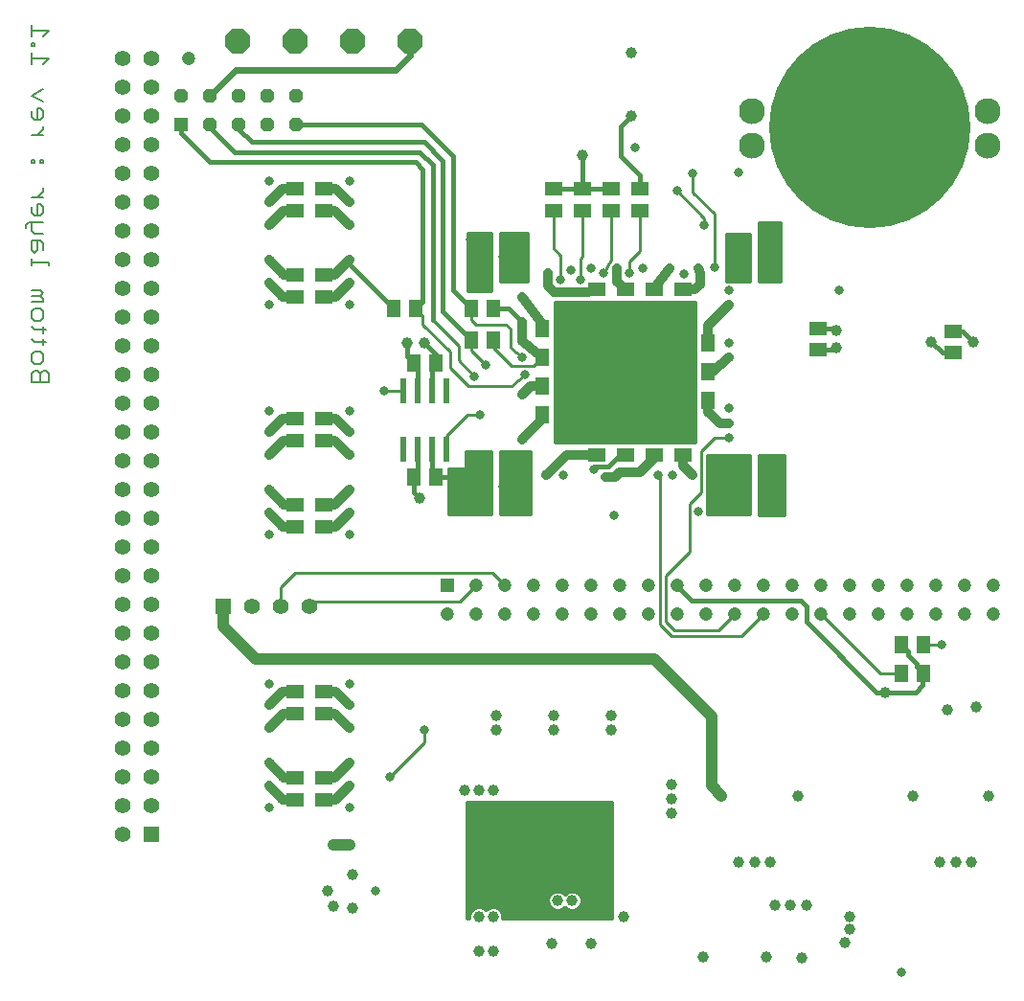
<source format=gbl>
G75*
%MOIN*%
%OFA0B0*%
%FSLAX25Y25*%
%IPPOS*%
%LPD*%
%AMOC8*
5,1,8,0,0,1.08239X$1,22.5*
%
%ADD10C,0.00800*%
%ADD11C,0.09055*%
%ADD12R,0.39370X0.39370*%
%ADD13C,0.70079*%
%ADD14R,0.05906X0.05118*%
%ADD15R,0.05118X0.05906*%
%ADD16R,0.05537X0.05537*%
%ADD17C,0.05537*%
%ADD18C,0.03175*%
%ADD19C,0.16598*%
%ADD20R,0.02362X0.08661*%
%ADD21R,0.04750X0.04750*%
%ADD22C,0.04750*%
%ADD23OC8,0.04750*%
%ADD24OC8,0.08500*%
%ADD25C,0.03962*%
%ADD26C,0.03200*%
%ADD27C,0.01000*%
%ADD28C,0.01600*%
%ADD29C,0.04000*%
%ADD30C,0.02400*%
D10*
X0013400Y0226400D02*
X0013400Y0229503D01*
X0014434Y0230537D01*
X0015468Y0230537D01*
X0016503Y0229503D01*
X0016503Y0226400D01*
X0019605Y0226400D02*
X0019605Y0229503D01*
X0018571Y0230537D01*
X0017537Y0230537D01*
X0016503Y0229503D01*
X0016503Y0232845D02*
X0014434Y0232845D01*
X0013400Y0233880D01*
X0013400Y0235948D01*
X0014434Y0236982D01*
X0016503Y0236982D01*
X0017537Y0235948D01*
X0017537Y0233880D01*
X0016503Y0232845D01*
X0017537Y0239291D02*
X0017537Y0241359D01*
X0018571Y0240325D02*
X0014434Y0240325D01*
X0013400Y0241359D01*
X0014434Y0244622D02*
X0013400Y0245656D01*
X0014434Y0244622D02*
X0018571Y0244622D01*
X0017537Y0243588D02*
X0017537Y0245656D01*
X0016503Y0247885D02*
X0014434Y0247885D01*
X0013400Y0248919D01*
X0013400Y0250988D01*
X0014434Y0252022D01*
X0016503Y0252022D01*
X0017537Y0250988D01*
X0017537Y0248919D01*
X0016503Y0247885D01*
X0017537Y0254330D02*
X0013400Y0254330D01*
X0013400Y0256399D02*
X0016503Y0256399D01*
X0017537Y0257433D01*
X0016503Y0258467D01*
X0013400Y0258467D01*
X0016503Y0256399D02*
X0017537Y0255365D01*
X0017537Y0254330D01*
X0019605Y0267221D02*
X0019605Y0268256D01*
X0013400Y0268256D01*
X0013400Y0269290D02*
X0013400Y0267221D01*
X0014434Y0271518D02*
X0013400Y0272553D01*
X0013400Y0275655D01*
X0016503Y0275655D01*
X0017537Y0274621D01*
X0017537Y0272553D01*
X0015468Y0272553D02*
X0015468Y0275655D01*
X0014434Y0277964D02*
X0013400Y0278998D01*
X0013400Y0282101D01*
X0012366Y0282101D02*
X0011332Y0281067D01*
X0011332Y0280032D01*
X0012366Y0282101D02*
X0017537Y0282101D01*
X0016503Y0284409D02*
X0017537Y0285444D01*
X0017537Y0287512D01*
X0016503Y0288546D01*
X0015468Y0288546D01*
X0015468Y0284409D01*
X0014434Y0284409D02*
X0016503Y0284409D01*
X0014434Y0284409D02*
X0013400Y0285444D01*
X0013400Y0287512D01*
X0013400Y0290855D02*
X0017537Y0290855D01*
X0017537Y0292923D02*
X0017537Y0293958D01*
X0017537Y0292923D02*
X0015468Y0290855D01*
X0014434Y0302672D02*
X0013400Y0302672D01*
X0013400Y0303706D01*
X0014434Y0303706D01*
X0014434Y0302672D01*
X0016503Y0302672D02*
X0017537Y0302672D01*
X0017537Y0303706D01*
X0016503Y0303706D01*
X0016503Y0302672D01*
X0017537Y0312340D02*
X0013400Y0312340D01*
X0015468Y0312340D02*
X0017537Y0314408D01*
X0017537Y0315443D01*
X0016503Y0317711D02*
X0017537Y0318745D01*
X0017537Y0320814D01*
X0016503Y0321848D01*
X0015468Y0321848D01*
X0015468Y0317711D01*
X0014434Y0317711D02*
X0016503Y0317711D01*
X0014434Y0317711D02*
X0013400Y0318745D01*
X0013400Y0320814D01*
X0017537Y0324157D02*
X0013400Y0326225D01*
X0017537Y0328294D01*
X0017537Y0337048D02*
X0019605Y0339116D01*
X0013400Y0339116D01*
X0013400Y0337048D02*
X0013400Y0341185D01*
X0013400Y0343493D02*
X0013400Y0344527D01*
X0014434Y0344527D01*
X0014434Y0343493D01*
X0013400Y0343493D01*
X0013400Y0346716D02*
X0013400Y0350853D01*
X0013400Y0348784D02*
X0019605Y0348784D01*
X0017537Y0346716D01*
X0017537Y0277964D02*
X0014434Y0277964D01*
X0015468Y0272553D02*
X0014434Y0271518D01*
X0013400Y0226400D02*
X0019605Y0226400D01*
D11*
X0264055Y0308701D03*
X0264055Y0320906D03*
X0345945Y0320906D03*
X0345945Y0308701D03*
D12*
X0305000Y0315000D03*
D13*
X0305000Y0315000D03*
D14*
X0225000Y0293740D03*
X0225000Y0286260D03*
X0215000Y0286260D03*
X0205000Y0286260D03*
X0205000Y0293740D03*
X0215000Y0293740D03*
X0195000Y0293740D03*
X0195000Y0286260D03*
X0210000Y0258740D03*
X0220000Y0258740D03*
X0230000Y0258740D03*
X0230000Y0251260D03*
X0220000Y0251260D03*
X0210000Y0251260D03*
X0240000Y0251260D03*
X0240000Y0258740D03*
X0287044Y0245154D03*
X0287044Y0237674D03*
X0334127Y0236674D03*
X0334127Y0244154D03*
X0240000Y0208740D03*
X0240000Y0201260D03*
X0230000Y0201260D03*
X0220000Y0201260D03*
X0210000Y0201260D03*
X0210000Y0208740D03*
X0220000Y0208740D03*
X0230000Y0208740D03*
X0115000Y0206260D03*
X0105000Y0206260D03*
X0105000Y0213740D03*
X0115000Y0213740D03*
X0115000Y0183740D03*
X0105000Y0183740D03*
X0105000Y0176260D03*
X0115000Y0176260D03*
X0115000Y0118740D03*
X0105000Y0118740D03*
X0105000Y0111260D03*
X0115000Y0111260D03*
X0115000Y0088740D03*
X0105000Y0088740D03*
X0105000Y0081260D03*
X0115000Y0081260D03*
X0115000Y0256260D03*
X0105000Y0256260D03*
X0105000Y0263740D03*
X0115000Y0263740D03*
X0115000Y0286260D03*
X0105000Y0286260D03*
X0105000Y0293740D03*
X0115000Y0293740D03*
D15*
X0171260Y0275000D03*
X0178740Y0275000D03*
X0178740Y0265000D03*
X0171260Y0265000D03*
X0173990Y0252000D03*
X0166510Y0252000D03*
X0166510Y0241000D03*
X0173990Y0241000D03*
X0191260Y0245000D03*
X0198740Y0245000D03*
X0198740Y0235000D03*
X0191260Y0235000D03*
X0191260Y0225000D03*
X0198740Y0225000D03*
X0198740Y0215000D03*
X0191260Y0215000D03*
X0178740Y0195000D03*
X0171260Y0195000D03*
X0171260Y0185000D03*
X0178740Y0185000D03*
X0153990Y0193500D03*
X0146510Y0193500D03*
X0146510Y0233000D03*
X0153990Y0233000D03*
X0146990Y0252000D03*
X0139510Y0252000D03*
X0241260Y0240000D03*
X0248740Y0240000D03*
X0248740Y0230000D03*
X0241260Y0230000D03*
X0241260Y0220000D03*
X0248740Y0220000D03*
X0261260Y0195000D03*
X0268740Y0195000D03*
X0268740Y0185000D03*
X0261260Y0185000D03*
X0316260Y0135000D03*
X0323740Y0135000D03*
X0323740Y0125000D03*
X0316260Y0125000D03*
X0268740Y0265000D03*
X0261260Y0265000D03*
X0261260Y0275000D03*
X0268740Y0275000D03*
D16*
X0080000Y0148500D03*
X0055000Y0069173D03*
D17*
X0045000Y0069173D03*
X0045000Y0079173D03*
X0055000Y0079173D03*
X0055000Y0089173D03*
X0045000Y0089173D03*
X0045000Y0099173D03*
X0055000Y0099173D03*
X0055000Y0109173D03*
X0045000Y0109173D03*
X0045000Y0119173D03*
X0055000Y0119173D03*
X0055000Y0129173D03*
X0045000Y0129173D03*
X0045000Y0139173D03*
X0055000Y0139173D03*
X0055000Y0149173D03*
X0045000Y0149173D03*
X0045000Y0159173D03*
X0055000Y0159173D03*
X0055000Y0169173D03*
X0045000Y0169173D03*
X0045000Y0179173D03*
X0055000Y0179173D03*
X0055000Y0189173D03*
X0045000Y0189173D03*
X0045000Y0199173D03*
X0055000Y0199173D03*
X0055000Y0209173D03*
X0045000Y0209173D03*
X0045000Y0219173D03*
X0055000Y0219173D03*
X0055000Y0229173D03*
X0045000Y0229173D03*
X0045000Y0239173D03*
X0055000Y0239173D03*
X0055000Y0249173D03*
X0045000Y0249173D03*
X0045000Y0259173D03*
X0055000Y0259173D03*
X0055000Y0269173D03*
X0045000Y0269173D03*
X0045000Y0279173D03*
X0055000Y0279173D03*
X0055000Y0289173D03*
X0045000Y0289173D03*
X0045000Y0299173D03*
X0055000Y0299173D03*
X0055000Y0309173D03*
X0045000Y0309173D03*
X0045000Y0319173D03*
X0055000Y0319173D03*
X0055000Y0329173D03*
X0045000Y0329173D03*
X0045000Y0339173D03*
X0055000Y0339173D03*
X0090000Y0148500D03*
X0100000Y0148500D03*
X0110000Y0148500D03*
D18*
X0096000Y0173500D03*
X0096000Y0181000D03*
X0096000Y0189000D03*
X0096000Y0201000D03*
X0096000Y0209000D03*
X0096000Y0216500D03*
X0124000Y0216500D03*
X0124000Y0209000D03*
X0124000Y0201000D03*
X0124000Y0189000D03*
X0124000Y0181000D03*
X0124000Y0173500D03*
X0160000Y0190000D03*
X0165500Y0185000D03*
X0177500Y0190000D03*
X0185000Y0196500D03*
X0184500Y0201000D03*
X0184000Y0206500D03*
X0169500Y0215000D03*
X0184000Y0222000D03*
X0185000Y0229000D03*
X0184000Y0235000D03*
X0171500Y0232500D03*
X0167500Y0228500D03*
X0136000Y0223500D03*
X0165500Y0195000D03*
X0185500Y0182000D03*
X0192500Y0194000D03*
X0198500Y0194000D03*
X0209000Y0196000D03*
X0213000Y0193500D03*
X0216000Y0180000D03*
X0231500Y0194000D03*
X0236500Y0194000D03*
X0243500Y0194000D03*
X0250000Y0194000D03*
X0256000Y0199500D03*
X0256000Y0207000D03*
X0256000Y0212000D03*
X0256000Y0217291D03*
X0230000Y0220000D03*
X0210000Y0220000D03*
X0210000Y0240000D03*
X0230000Y0240000D03*
X0256000Y0240000D03*
X0256000Y0235000D03*
X0256000Y0253500D03*
X0256000Y0258500D03*
X0256500Y0263500D03*
X0251000Y0266500D03*
X0245500Y0266000D03*
X0240500Y0264000D03*
X0235500Y0266000D03*
X0226000Y0266000D03*
X0221500Y0264500D03*
X0217000Y0266000D03*
X0212500Y0264500D03*
X0208000Y0266000D03*
X0204500Y0262000D03*
X0201000Y0265500D03*
X0197500Y0262000D03*
X0193000Y0264500D03*
X0184500Y0267000D03*
X0184000Y0263000D03*
X0184000Y0256000D03*
X0184000Y0247500D03*
X0170000Y0259500D03*
X0172000Y0270000D03*
X0166500Y0270000D03*
X0166000Y0276000D03*
X0177500Y0270000D03*
X0181500Y0270000D03*
X0124000Y0269000D03*
X0124000Y0261000D03*
X0124000Y0253500D03*
X0096000Y0253500D03*
X0096000Y0261000D03*
X0096000Y0269000D03*
X0096000Y0281000D03*
X0096000Y0289000D03*
X0096000Y0296500D03*
X0124000Y0296500D03*
X0124000Y0289000D03*
X0124000Y0281000D03*
X0223500Y0308000D03*
X0243500Y0299000D03*
X0238000Y0293000D03*
X0247500Y0281000D03*
X0257500Y0270000D03*
X0262500Y0270000D03*
X0268000Y0270000D03*
X0272500Y0270000D03*
X0272500Y0280500D03*
X0259500Y0299500D03*
X0282500Y0301000D03*
X0328000Y0300500D03*
X0324500Y0333000D03*
X0285500Y0333000D03*
X0294500Y0258500D03*
X0269500Y0190000D03*
X0274000Y0182500D03*
X0253500Y0181500D03*
X0245500Y0181500D03*
X0330000Y0135000D03*
X0197000Y0060000D03*
X0193500Y0060000D03*
X0190000Y0060000D03*
X0186500Y0060000D03*
X0183000Y0060000D03*
X0133000Y0049500D03*
X0124000Y0078500D03*
X0124000Y0086000D03*
X0124000Y0094000D03*
X0138000Y0089000D03*
X0150000Y0105500D03*
X0124000Y0106000D03*
X0124000Y0114000D03*
X0124000Y0121500D03*
X0096000Y0121500D03*
X0096000Y0114000D03*
X0096000Y0106000D03*
X0096000Y0094000D03*
X0096000Y0086000D03*
X0096000Y0078500D03*
X0316000Y0021000D03*
D19*
X0220000Y0230000D03*
D20*
X0157750Y0223486D03*
X0152750Y0223486D03*
X0147750Y0223486D03*
X0142750Y0223486D03*
X0142750Y0203014D03*
X0147750Y0203014D03*
X0152750Y0203014D03*
X0157750Y0203014D03*
D21*
X0157953Y0155669D03*
X0065500Y0316000D03*
D22*
X0068000Y0339000D03*
X0167953Y0155669D03*
X0177953Y0155669D03*
X0187953Y0155669D03*
X0197953Y0155669D03*
X0207953Y0155669D03*
X0217953Y0155669D03*
X0227953Y0155669D03*
X0237953Y0155669D03*
X0247953Y0155669D03*
X0257953Y0155669D03*
X0267953Y0155669D03*
X0277953Y0155669D03*
X0287953Y0155669D03*
X0297953Y0155669D03*
X0307953Y0155669D03*
X0317953Y0155669D03*
X0327953Y0155669D03*
X0337953Y0155669D03*
X0347953Y0155669D03*
X0347953Y0145669D03*
X0337953Y0145669D03*
X0327953Y0145669D03*
X0317953Y0145669D03*
X0307953Y0145669D03*
X0297953Y0145669D03*
X0287953Y0145669D03*
X0277953Y0145669D03*
X0267953Y0145669D03*
X0257953Y0145669D03*
X0247953Y0145669D03*
X0237953Y0145669D03*
X0227953Y0145669D03*
X0217953Y0145669D03*
X0207953Y0145669D03*
X0197953Y0145669D03*
X0187953Y0145669D03*
X0177953Y0145669D03*
X0167953Y0145669D03*
X0157953Y0145669D03*
D23*
X0105500Y0316000D03*
X0095500Y0316000D03*
X0095500Y0326000D03*
X0105500Y0326000D03*
X0085500Y0326000D03*
X0075500Y0326000D03*
X0075500Y0316000D03*
X0085500Y0316000D03*
X0065500Y0326000D03*
D24*
X0085000Y0345000D03*
X0105000Y0345000D03*
X0125000Y0345000D03*
X0145000Y0345000D03*
D25*
X0118500Y0044000D03*
X0116500Y0049500D03*
X0125000Y0055000D03*
X0124000Y0065500D03*
X0118500Y0065500D03*
X0125000Y0043500D03*
X0169000Y0040500D03*
X0174000Y0040500D03*
X0194500Y0031000D03*
X0208000Y0031000D03*
X0219500Y0040500D03*
X0201500Y0046000D03*
X0196500Y0046000D03*
X0174000Y0028500D03*
X0169000Y0028500D03*
X0247000Y0026500D03*
X0269000Y0026500D03*
X0281500Y0026000D03*
X0296500Y0031500D03*
X0298000Y0036000D03*
X0298000Y0040500D03*
X0283000Y0044500D03*
X0277500Y0044500D03*
X0272000Y0044500D03*
X0270500Y0059500D03*
X0265000Y0059500D03*
X0259500Y0059500D03*
X0236000Y0076500D03*
X0236000Y0081500D03*
X0236000Y0086500D03*
X0253500Y0082500D03*
X0280000Y0082500D03*
X0320000Y0082500D03*
X0346500Y0082500D03*
X0340500Y0059500D03*
X0335000Y0059500D03*
X0329500Y0059500D03*
X0332000Y0112500D03*
X0342000Y0113500D03*
X0310500Y0118500D03*
X0215000Y0110500D03*
X0215000Y0105500D03*
X0195000Y0105500D03*
X0195000Y0110500D03*
X0175000Y0110500D03*
X0175000Y0105500D03*
X0174000Y0084500D03*
X0169000Y0084500D03*
X0164000Y0084500D03*
X0148500Y0186000D03*
X0150000Y0240000D03*
X0144000Y0240000D03*
X0205000Y0305500D03*
X0222000Y0319000D03*
X0222000Y0341000D03*
X0293500Y0244500D03*
X0293500Y0238500D03*
X0326500Y0240500D03*
X0341000Y0240500D03*
D26*
X0256000Y0235000D02*
X0250500Y0230000D01*
X0248740Y0220000D02*
X0248740Y0216260D01*
X0253000Y0212000D01*
X0256000Y0212000D01*
X0240000Y0201260D02*
X0240000Y0197500D01*
X0243500Y0194000D01*
X0230000Y0200000D02*
X0225000Y0195000D01*
X0218000Y0195000D01*
X0216500Y0193500D01*
X0213000Y0193500D01*
X0210000Y0201260D02*
X0199760Y0201260D01*
X0192500Y0194000D01*
X0184000Y0206500D02*
X0191260Y0213760D01*
X0184000Y0222000D02*
X0187000Y0225000D01*
X0191260Y0225000D01*
X0191260Y0235000D02*
X0184000Y0240760D01*
X0184000Y0247500D01*
X0191260Y0246740D02*
X0184000Y0256000D01*
X0193000Y0260000D02*
X0193000Y0264500D01*
X0193000Y0260000D02*
X0195260Y0257740D01*
X0207260Y0257740D01*
X0210000Y0258740D01*
X0217000Y0261500D02*
X0217000Y0266000D01*
X0217000Y0261500D02*
X0220000Y0258740D01*
X0230000Y0259000D02*
X0235500Y0266000D01*
X0240000Y0258740D02*
X0244240Y0258740D01*
X0246000Y0260500D01*
X0246000Y0264500D01*
X0245500Y0266000D01*
X0256000Y0253500D02*
X0248740Y0246240D01*
X0248740Y0240000D01*
X0124000Y0261000D02*
X0119260Y0256260D01*
X0115000Y0256260D01*
X0105000Y0256260D02*
X0100740Y0256260D01*
X0096000Y0261000D01*
X0101260Y0263740D02*
X0096000Y0269000D01*
X0101260Y0263740D02*
X0105000Y0263740D01*
X0115000Y0263740D02*
X0118740Y0263740D01*
X0124000Y0269000D01*
X0124000Y0281000D02*
X0118740Y0286260D01*
X0115000Y0286260D01*
X0105000Y0286260D02*
X0101260Y0286260D01*
X0096000Y0281000D01*
X0096000Y0289000D02*
X0100740Y0293740D01*
X0105000Y0293740D01*
X0115000Y0293740D02*
X0119260Y0293740D01*
X0124000Y0289000D01*
X0119260Y0213740D02*
X0115000Y0213740D01*
X0119260Y0213740D02*
X0124000Y0209000D01*
X0118740Y0206260D02*
X0124000Y0201000D01*
X0118740Y0206260D02*
X0115000Y0206260D01*
X0105000Y0206260D02*
X0101260Y0206260D01*
X0096000Y0201000D01*
X0096000Y0209000D02*
X0100740Y0213740D01*
X0105000Y0213740D01*
X0096000Y0189000D02*
X0101260Y0183740D01*
X0105000Y0183740D01*
X0100740Y0176260D02*
X0096000Y0181000D01*
X0100740Y0176260D02*
X0105000Y0176260D01*
X0115000Y0176260D02*
X0119260Y0176260D01*
X0124000Y0181000D01*
X0118740Y0183740D02*
X0124000Y0189000D01*
X0118740Y0183740D02*
X0115000Y0183740D01*
X0115000Y0118740D02*
X0119260Y0118740D01*
X0124000Y0114000D01*
X0118740Y0111260D02*
X0124000Y0106000D01*
X0118740Y0111260D02*
X0115000Y0111260D01*
X0105000Y0111260D02*
X0101260Y0111260D01*
X0096000Y0106000D01*
X0096000Y0114000D02*
X0100740Y0118740D01*
X0105000Y0118740D01*
X0096000Y0094000D02*
X0101260Y0088740D01*
X0105000Y0088740D01*
X0100740Y0081260D02*
X0096000Y0086000D01*
X0100740Y0081260D02*
X0105000Y0081260D01*
X0115000Y0081260D02*
X0119260Y0081260D01*
X0124000Y0086000D01*
X0118740Y0088740D02*
X0124000Y0094000D01*
X0118740Y0088740D02*
X0115000Y0088740D01*
D27*
X0138000Y0089000D02*
X0150000Y0101000D01*
X0150000Y0105500D01*
X0160000Y0150000D02*
X0111500Y0150000D01*
X0110000Y0148500D01*
X0100000Y0148500D02*
X0100000Y0155000D01*
X0105000Y0160000D01*
X0173622Y0160000D01*
X0177953Y0155669D01*
X0167953Y0155669D02*
X0162283Y0150000D01*
X0160000Y0150000D01*
X0158500Y0180500D02*
X0173500Y0180500D01*
X0173500Y0202500D01*
X0164500Y0202500D01*
X0164500Y0196500D01*
X0158500Y0196500D01*
X0158500Y0180500D01*
X0158500Y0180738D02*
X0173500Y0180738D01*
X0173500Y0181737D02*
X0158500Y0181737D01*
X0158500Y0182735D02*
X0173500Y0182735D01*
X0173500Y0183734D02*
X0158500Y0183734D01*
X0158500Y0184732D02*
X0173500Y0184732D01*
X0173500Y0185731D02*
X0158500Y0185731D01*
X0158500Y0186729D02*
X0173500Y0186729D01*
X0173500Y0187728D02*
X0158500Y0187728D01*
X0158500Y0188726D02*
X0173500Y0188726D01*
X0173500Y0189725D02*
X0158500Y0189725D01*
X0158500Y0190723D02*
X0173500Y0190723D01*
X0173500Y0191722D02*
X0158500Y0191722D01*
X0158500Y0192720D02*
X0173500Y0192720D01*
X0173500Y0193719D02*
X0158500Y0193719D01*
X0158500Y0194717D02*
X0173500Y0194717D01*
X0173500Y0195716D02*
X0158500Y0195716D01*
X0164500Y0196714D02*
X0173500Y0196714D01*
X0173500Y0197713D02*
X0164500Y0197713D01*
X0164500Y0198711D02*
X0173500Y0198711D01*
X0173500Y0199710D02*
X0164500Y0199710D01*
X0164500Y0200708D02*
X0173500Y0200708D01*
X0173500Y0201707D02*
X0164500Y0201707D01*
X0157750Y0203014D02*
X0157750Y0207750D01*
X0165000Y0215000D01*
X0169500Y0215000D01*
X0165500Y0225000D02*
X0180500Y0225000D01*
X0185000Y0229000D01*
X0188260Y0232000D02*
X0180500Y0232000D01*
X0173990Y0238510D01*
X0173990Y0241000D01*
X0180000Y0238500D02*
X0180000Y0245000D01*
X0178500Y0246500D01*
X0168000Y0246500D01*
X0166510Y0247990D01*
X0166510Y0252000D01*
X0165000Y0258000D02*
X0173500Y0258000D01*
X0173500Y0278500D01*
X0165000Y0278500D01*
X0165000Y0258000D01*
X0165000Y0258622D02*
X0173500Y0258622D01*
X0173500Y0259620D02*
X0165000Y0259620D01*
X0165000Y0260619D02*
X0173500Y0260619D01*
X0173500Y0261617D02*
X0165000Y0261617D01*
X0165000Y0262616D02*
X0173500Y0262616D01*
X0173500Y0263614D02*
X0165000Y0263614D01*
X0165000Y0264613D02*
X0173500Y0264613D01*
X0173500Y0265611D02*
X0165000Y0265611D01*
X0165000Y0266610D02*
X0173500Y0266610D01*
X0173500Y0267608D02*
X0165000Y0267608D01*
X0165000Y0268607D02*
X0173500Y0268607D01*
X0173500Y0269605D02*
X0165000Y0269605D01*
X0165000Y0270604D02*
X0173500Y0270604D01*
X0173500Y0271603D02*
X0165000Y0271603D01*
X0165000Y0272601D02*
X0173500Y0272601D01*
X0173500Y0273600D02*
X0165000Y0273600D01*
X0165000Y0274598D02*
X0173500Y0274598D01*
X0173500Y0275597D02*
X0165000Y0275597D01*
X0165000Y0276595D02*
X0173500Y0276595D01*
X0173500Y0277594D02*
X0165000Y0277594D01*
X0176500Y0277594D02*
X0186000Y0277594D01*
X0186000Y0278500D02*
X0186000Y0261500D01*
X0176500Y0261500D01*
X0176500Y0278500D01*
X0186000Y0278500D01*
X0186000Y0276595D02*
X0176500Y0276595D01*
X0176500Y0275597D02*
X0186000Y0275597D01*
X0186000Y0274598D02*
X0176500Y0274598D01*
X0176500Y0273600D02*
X0186000Y0273600D01*
X0186000Y0272601D02*
X0176500Y0272601D01*
X0176500Y0271603D02*
X0186000Y0271603D01*
X0186000Y0270604D02*
X0176500Y0270604D01*
X0176500Y0269605D02*
X0186000Y0269605D01*
X0186000Y0268607D02*
X0176500Y0268607D01*
X0176500Y0267608D02*
X0186000Y0267608D01*
X0186000Y0266610D02*
X0176500Y0266610D01*
X0176500Y0265611D02*
X0186000Y0265611D01*
X0186000Y0264613D02*
X0176500Y0264613D01*
X0176500Y0263614D02*
X0186000Y0263614D01*
X0186000Y0262616D02*
X0176500Y0262616D01*
X0176500Y0261617D02*
X0186000Y0261617D01*
X0197500Y0262000D02*
X0197500Y0270500D01*
X0195000Y0273000D01*
X0195000Y0286260D01*
X0205000Y0286260D02*
X0205000Y0270000D01*
X0204500Y0269500D01*
X0204500Y0264000D01*
X0204500Y0262000D01*
X0212500Y0264500D02*
X0215000Y0269000D01*
X0215000Y0286260D01*
X0225000Y0286260D02*
X0225000Y0272000D01*
X0221500Y0268500D01*
X0221500Y0264500D01*
X0244500Y0254500D02*
X0195500Y0254500D01*
X0195500Y0205500D01*
X0244500Y0205500D01*
X0244500Y0254500D01*
X0244500Y0253629D02*
X0195500Y0253629D01*
X0195500Y0252631D02*
X0244500Y0252631D01*
X0244500Y0251632D02*
X0195500Y0251632D01*
X0195500Y0250634D02*
X0244500Y0250634D01*
X0244500Y0249635D02*
X0195500Y0249635D01*
X0195500Y0248637D02*
X0244500Y0248637D01*
X0244500Y0247638D02*
X0195500Y0247638D01*
X0195500Y0246640D02*
X0244500Y0246640D01*
X0244500Y0245641D02*
X0195500Y0245641D01*
X0195500Y0244643D02*
X0244500Y0244643D01*
X0244500Y0243644D02*
X0195500Y0243644D01*
X0195500Y0242646D02*
X0244500Y0242646D01*
X0244500Y0241647D02*
X0195500Y0241647D01*
X0195500Y0240649D02*
X0244500Y0240649D01*
X0244500Y0239650D02*
X0195500Y0239650D01*
X0195500Y0238652D02*
X0244500Y0238652D01*
X0244500Y0237653D02*
X0195500Y0237653D01*
X0195500Y0236655D02*
X0244500Y0236655D01*
X0244500Y0235656D02*
X0195500Y0235656D01*
X0195500Y0234658D02*
X0244500Y0234658D01*
X0244500Y0233659D02*
X0195500Y0233659D01*
X0195500Y0232661D02*
X0244500Y0232661D01*
X0244500Y0231662D02*
X0195500Y0231662D01*
X0195500Y0230664D02*
X0244500Y0230664D01*
X0244500Y0229665D02*
X0195500Y0229665D01*
X0195500Y0228667D02*
X0244500Y0228667D01*
X0244500Y0227668D02*
X0195500Y0227668D01*
X0195500Y0226670D02*
X0244500Y0226670D01*
X0244500Y0225671D02*
X0195500Y0225671D01*
X0195500Y0224672D02*
X0244500Y0224672D01*
X0244500Y0223674D02*
X0195500Y0223674D01*
X0195500Y0222675D02*
X0244500Y0222675D01*
X0244500Y0221677D02*
X0195500Y0221677D01*
X0195500Y0220678D02*
X0244500Y0220678D01*
X0244500Y0219680D02*
X0195500Y0219680D01*
X0195500Y0218681D02*
X0244500Y0218681D01*
X0244500Y0217683D02*
X0195500Y0217683D01*
X0195500Y0216684D02*
X0244500Y0216684D01*
X0244500Y0215686D02*
X0195500Y0215686D01*
X0195500Y0214687D02*
X0244500Y0214687D01*
X0244500Y0213689D02*
X0195500Y0213689D01*
X0195500Y0212690D02*
X0244500Y0212690D01*
X0244500Y0211692D02*
X0195500Y0211692D01*
X0195500Y0210693D02*
X0244500Y0210693D01*
X0244500Y0209695D02*
X0195500Y0209695D01*
X0195500Y0208696D02*
X0244500Y0208696D01*
X0244500Y0207698D02*
X0195500Y0207698D01*
X0195500Y0206699D02*
X0244500Y0206699D01*
X0244500Y0205701D02*
X0195500Y0205701D01*
X0187000Y0202500D02*
X0187000Y0180500D01*
X0176500Y0180500D01*
X0176500Y0202500D01*
X0187000Y0202500D01*
X0187000Y0201707D02*
X0176500Y0201707D01*
X0176500Y0200708D02*
X0187000Y0200708D01*
X0187000Y0199710D02*
X0176500Y0199710D01*
X0176500Y0198711D02*
X0187000Y0198711D01*
X0187000Y0197713D02*
X0176500Y0197713D01*
X0176500Y0196714D02*
X0187000Y0196714D01*
X0187000Y0195716D02*
X0176500Y0195716D01*
X0176500Y0194717D02*
X0187000Y0194717D01*
X0187000Y0193719D02*
X0176500Y0193719D01*
X0176500Y0192720D02*
X0187000Y0192720D01*
X0187000Y0191722D02*
X0176500Y0191722D01*
X0176500Y0190723D02*
X0187000Y0190723D01*
X0187000Y0189725D02*
X0176500Y0189725D01*
X0176500Y0188726D02*
X0187000Y0188726D01*
X0187000Y0187728D02*
X0176500Y0187728D01*
X0176500Y0186729D02*
X0187000Y0186729D01*
X0187000Y0185731D02*
X0176500Y0185731D01*
X0176500Y0184732D02*
X0187000Y0184732D01*
X0187000Y0183734D02*
X0176500Y0183734D01*
X0176500Y0182735D02*
X0187000Y0182735D01*
X0187000Y0181737D02*
X0176500Y0181737D01*
X0176500Y0180738D02*
X0187000Y0180738D01*
X0231500Y0194000D02*
X0232000Y0193500D01*
X0232000Y0142000D01*
X0236000Y0138000D01*
X0260283Y0138000D01*
X0267953Y0145669D01*
X0257953Y0145669D02*
X0252283Y0140000D01*
X0237000Y0140000D01*
X0234000Y0143000D01*
X0234000Y0159000D01*
X0242500Y0167500D01*
X0242500Y0184000D01*
X0246500Y0188000D01*
X0246500Y0202500D01*
X0251000Y0207000D01*
X0256000Y0207000D01*
X0248500Y0201000D02*
X0263500Y0201000D01*
X0263500Y0180500D01*
X0248500Y0180500D01*
X0248500Y0201000D01*
X0248500Y0200708D02*
X0263500Y0200708D01*
X0263500Y0199710D02*
X0248500Y0199710D01*
X0248500Y0198711D02*
X0263500Y0198711D01*
X0263500Y0197713D02*
X0248500Y0197713D01*
X0248500Y0196714D02*
X0263500Y0196714D01*
X0263500Y0195716D02*
X0248500Y0195716D01*
X0248500Y0194717D02*
X0263500Y0194717D01*
X0263500Y0193719D02*
X0248500Y0193719D01*
X0248500Y0192720D02*
X0263500Y0192720D01*
X0263500Y0191722D02*
X0248500Y0191722D01*
X0248500Y0190723D02*
X0263500Y0190723D01*
X0263500Y0189725D02*
X0248500Y0189725D01*
X0248500Y0188726D02*
X0263500Y0188726D01*
X0263500Y0187728D02*
X0248500Y0187728D01*
X0248500Y0186729D02*
X0263500Y0186729D01*
X0263500Y0185731D02*
X0248500Y0185731D01*
X0248500Y0184732D02*
X0263500Y0184732D01*
X0263500Y0183734D02*
X0248500Y0183734D01*
X0248500Y0182735D02*
X0263500Y0182735D01*
X0263500Y0181737D02*
X0248500Y0181737D01*
X0248500Y0180738D02*
X0263500Y0180738D01*
X0266500Y0180738D02*
X0275500Y0180738D01*
X0275500Y0180000D02*
X0266500Y0180000D01*
X0266500Y0201000D01*
X0275500Y0201000D01*
X0275500Y0180000D01*
X0275500Y0181737D02*
X0266500Y0181737D01*
X0266500Y0182735D02*
X0275500Y0182735D01*
X0275500Y0183734D02*
X0266500Y0183734D01*
X0266500Y0184732D02*
X0275500Y0184732D01*
X0275500Y0185731D02*
X0266500Y0185731D01*
X0266500Y0186729D02*
X0275500Y0186729D01*
X0275500Y0187728D02*
X0266500Y0187728D01*
X0266500Y0188726D02*
X0275500Y0188726D01*
X0275500Y0189725D02*
X0266500Y0189725D01*
X0266500Y0190723D02*
X0275500Y0190723D01*
X0275500Y0191722D02*
X0266500Y0191722D01*
X0266500Y0192720D02*
X0275500Y0192720D01*
X0275500Y0193719D02*
X0266500Y0193719D01*
X0266500Y0194717D02*
X0275500Y0194717D01*
X0275500Y0195716D02*
X0266500Y0195716D01*
X0266500Y0196714D02*
X0275500Y0196714D01*
X0275500Y0197713D02*
X0266500Y0197713D01*
X0266500Y0198711D02*
X0275500Y0198711D01*
X0275500Y0199710D02*
X0266500Y0199710D01*
X0266500Y0200708D02*
X0275500Y0200708D01*
X0191260Y0235000D02*
X0188260Y0232000D01*
X0184000Y0235000D02*
X0180000Y0238500D01*
X0171500Y0232500D02*
X0166510Y0237490D01*
X0166510Y0241000D01*
X0162000Y0239000D02*
X0162000Y0234000D01*
X0167500Y0228500D01*
X0165500Y0225000D02*
X0159000Y0231500D01*
X0159000Y0237000D01*
X0149500Y0246500D01*
X0149500Y0249500D01*
X0147000Y0252000D01*
X0153000Y0248000D02*
X0162000Y0239000D01*
X0142750Y0223486D02*
X0137014Y0223486D01*
X0136000Y0223500D01*
X0247500Y0281000D02*
X0247500Y0283500D01*
X0238000Y0293000D01*
X0243500Y0292500D02*
X0251000Y0285000D01*
X0251000Y0266500D01*
X0255000Y0266610D02*
X0263500Y0266610D01*
X0263500Y0267608D02*
X0255000Y0267608D01*
X0255000Y0268607D02*
X0263500Y0268607D01*
X0263500Y0269605D02*
X0255000Y0269605D01*
X0255000Y0270604D02*
X0263500Y0270604D01*
X0263500Y0271603D02*
X0255000Y0271603D01*
X0255000Y0272601D02*
X0263500Y0272601D01*
X0263500Y0273600D02*
X0255000Y0273600D01*
X0255000Y0274598D02*
X0263500Y0274598D01*
X0263500Y0275597D02*
X0255000Y0275597D01*
X0255000Y0276595D02*
X0263500Y0276595D01*
X0263500Y0277594D02*
X0255000Y0277594D01*
X0255000Y0278000D02*
X0263500Y0278000D01*
X0263500Y0261500D01*
X0255000Y0261500D01*
X0255000Y0278000D01*
X0266500Y0277594D02*
X0274000Y0277594D01*
X0274000Y0278592D02*
X0266500Y0278592D01*
X0266500Y0279591D02*
X0274000Y0279591D01*
X0274000Y0280589D02*
X0266500Y0280589D01*
X0266500Y0281588D02*
X0274000Y0281588D01*
X0274000Y0282000D02*
X0274000Y0261500D01*
X0266500Y0261500D01*
X0266500Y0282000D01*
X0274000Y0282000D01*
X0274000Y0276595D02*
X0266500Y0276595D01*
X0266500Y0275597D02*
X0274000Y0275597D01*
X0274000Y0274598D02*
X0266500Y0274598D01*
X0266500Y0273600D02*
X0274000Y0273600D01*
X0274000Y0272601D02*
X0266500Y0272601D01*
X0266500Y0271603D02*
X0274000Y0271603D01*
X0274000Y0270604D02*
X0266500Y0270604D01*
X0266500Y0269605D02*
X0274000Y0269605D01*
X0274000Y0268607D02*
X0266500Y0268607D01*
X0266500Y0267608D02*
X0274000Y0267608D01*
X0274000Y0266610D02*
X0266500Y0266610D01*
X0266500Y0265611D02*
X0274000Y0265611D01*
X0274000Y0264613D02*
X0266500Y0264613D01*
X0266500Y0263614D02*
X0274000Y0263614D01*
X0274000Y0262616D02*
X0266500Y0262616D01*
X0266500Y0261617D02*
X0274000Y0261617D01*
X0263500Y0261617D02*
X0255000Y0261617D01*
X0255000Y0262616D02*
X0263500Y0262616D01*
X0263500Y0263614D02*
X0255000Y0263614D01*
X0255000Y0264613D02*
X0263500Y0264613D01*
X0263500Y0265611D02*
X0255000Y0265611D01*
X0243500Y0292500D02*
X0243500Y0299000D01*
X0287953Y0145669D02*
X0308622Y0125000D01*
X0316260Y0125000D01*
X0323740Y0135000D02*
X0330000Y0135000D01*
D28*
X0321500Y0128500D02*
X0321500Y0127500D01*
X0323740Y0125260D01*
X0323740Y0125000D01*
X0323500Y0124760D01*
X0323500Y0121000D01*
X0321000Y0118500D01*
X0317240Y0118500D01*
X0310500Y0118500D01*
X0307500Y0118500D01*
X0283000Y0143000D01*
X0283000Y0148500D01*
X0281000Y0150500D01*
X0243000Y0150500D01*
X0237953Y0155547D01*
X0237953Y0155669D01*
X0310500Y0119240D02*
X0310500Y0118500D01*
X0321500Y0128500D02*
X0318500Y0131500D01*
X0318500Y0132760D01*
X0316260Y0135000D01*
X0215000Y0080000D02*
X0165000Y0080000D01*
X0165000Y0040000D01*
X0165419Y0040000D01*
X0165419Y0041212D01*
X0165964Y0042529D01*
X0166971Y0043536D01*
X0168288Y0044081D01*
X0169712Y0044081D01*
X0171029Y0043536D01*
X0171500Y0043064D01*
X0171971Y0043536D01*
X0173288Y0044081D01*
X0174712Y0044081D01*
X0176029Y0043536D01*
X0177036Y0042529D01*
X0177581Y0041212D01*
X0177581Y0040000D01*
X0215000Y0040000D01*
X0215000Y0080000D01*
X0215000Y0078532D02*
X0165000Y0078532D01*
X0165000Y0076933D02*
X0215000Y0076933D01*
X0215000Y0075334D02*
X0165000Y0075334D01*
X0165000Y0073736D02*
X0215000Y0073736D01*
X0215000Y0072137D02*
X0165000Y0072137D01*
X0165000Y0070539D02*
X0215000Y0070539D01*
X0215000Y0068940D02*
X0165000Y0068940D01*
X0165000Y0067342D02*
X0215000Y0067342D01*
X0215000Y0065743D02*
X0165000Y0065743D01*
X0165000Y0064145D02*
X0215000Y0064145D01*
X0215000Y0062546D02*
X0165000Y0062546D01*
X0165000Y0060948D02*
X0215000Y0060948D01*
X0215000Y0059349D02*
X0165000Y0059349D01*
X0165000Y0057751D02*
X0215000Y0057751D01*
X0215000Y0056152D02*
X0165000Y0056152D01*
X0165000Y0054554D02*
X0215000Y0054554D01*
X0215000Y0052955D02*
X0165000Y0052955D01*
X0165000Y0051357D02*
X0215000Y0051357D01*
X0215000Y0049758D02*
X0165000Y0049758D01*
X0165000Y0048160D02*
X0193595Y0048160D01*
X0193464Y0048029D02*
X0192919Y0046712D01*
X0192919Y0045288D01*
X0193464Y0043971D01*
X0194471Y0042964D01*
X0195788Y0042419D01*
X0197212Y0042419D01*
X0198529Y0042964D01*
X0199000Y0043436D01*
X0199471Y0042964D01*
X0200788Y0042419D01*
X0202212Y0042419D01*
X0203529Y0042964D01*
X0204536Y0043971D01*
X0205081Y0045288D01*
X0205081Y0046712D01*
X0204536Y0048029D01*
X0203529Y0049036D01*
X0202212Y0049581D01*
X0200788Y0049581D01*
X0199471Y0049036D01*
X0199000Y0048564D01*
X0198529Y0049036D01*
X0197212Y0049581D01*
X0195788Y0049581D01*
X0194471Y0049036D01*
X0193464Y0048029D01*
X0192919Y0046561D02*
X0165000Y0046561D01*
X0165000Y0044963D02*
X0193053Y0044963D01*
X0194071Y0043364D02*
X0176200Y0043364D01*
X0177352Y0041766D02*
X0215000Y0041766D01*
X0215000Y0043364D02*
X0203929Y0043364D01*
X0204947Y0044963D02*
X0215000Y0044963D01*
X0215000Y0046561D02*
X0205081Y0046561D01*
X0204405Y0048160D02*
X0215000Y0048160D01*
X0199071Y0043364D02*
X0198929Y0043364D01*
X0215000Y0040167D02*
X0177581Y0040167D01*
X0171800Y0043364D02*
X0171200Y0043364D01*
X0166800Y0043364D02*
X0165000Y0043364D01*
X0165000Y0041766D02*
X0165648Y0041766D01*
X0165419Y0040167D02*
X0165000Y0040167D01*
X0148500Y0186000D02*
X0146510Y0187990D01*
X0146510Y0193500D01*
X0147750Y0194740D01*
X0147750Y0203014D01*
X0152750Y0203014D02*
X0152750Y0194740D01*
X0153990Y0193500D01*
X0166000Y0193500D01*
X0166500Y0194000D01*
X0153990Y0193500D02*
X0152750Y0194740D01*
X0191260Y0213760D02*
X0191260Y0215000D01*
X0214000Y0197000D02*
X0218260Y0201260D01*
X0220000Y0201260D01*
X0214000Y0197000D02*
X0209000Y0197000D01*
X0209000Y0196000D01*
X0230000Y0200000D02*
X0230000Y0201260D01*
X0248740Y0230000D02*
X0250500Y0230000D01*
X0287044Y0237674D02*
X0292674Y0237674D01*
X0293500Y0238500D01*
X0293500Y0244500D02*
X0292846Y0245154D01*
X0287044Y0245154D01*
X0326500Y0240500D02*
X0330326Y0236674D01*
X0334127Y0236674D01*
X0341000Y0240500D02*
X0337346Y0244154D01*
X0334127Y0244154D01*
X0291000Y0301000D02*
X0282500Y0301000D01*
X0291000Y0301000D02*
X0305000Y0315000D01*
X0225000Y0298500D02*
X0225000Y0293740D01*
X0225000Y0298500D02*
X0218500Y0305000D01*
X0218500Y0315500D01*
X0222000Y0319000D01*
X0205000Y0305500D02*
X0205000Y0295000D01*
X0205000Y0293740D01*
X0215000Y0293740D01*
X0205000Y0293740D02*
X0195000Y0293740D01*
X0160000Y0305000D02*
X0160000Y0258510D01*
X0166510Y0252000D01*
X0173990Y0252000D02*
X0179500Y0252000D01*
X0184000Y0247500D01*
X0191260Y0246740D02*
X0191260Y0245000D01*
X0166510Y0241000D02*
X0156500Y0251010D01*
X0156500Y0303500D01*
X0150000Y0310000D01*
X0090000Y0310000D01*
X0085500Y0314500D01*
X0085500Y0316000D01*
X0084000Y0306500D02*
X0075500Y0315000D01*
X0075500Y0316000D01*
X0065500Y0316000D02*
X0065500Y0313000D01*
X0075500Y0303000D01*
X0147000Y0303000D01*
X0149500Y0300500D01*
X0149500Y0254510D01*
X0146990Y0252000D01*
X0147000Y0252000D01*
X0153000Y0248000D02*
X0153000Y0302000D01*
X0148500Y0306500D01*
X0084000Y0306500D01*
X0105500Y0316000D02*
X0149000Y0316000D01*
X0160000Y0305000D01*
X0124000Y0269000D02*
X0124000Y0267510D01*
X0139510Y0252000D01*
X0144000Y0240000D02*
X0144000Y0235510D01*
X0146510Y0233000D01*
X0147750Y0231760D01*
X0147750Y0223486D01*
X0152750Y0223486D02*
X0152750Y0231760D01*
X0153990Y0233000D01*
X0153990Y0236010D01*
X0150000Y0240000D01*
X0153990Y0233000D02*
X0152750Y0231760D01*
X0230000Y0258740D02*
X0230000Y0259000D01*
D29*
X0080000Y0148500D02*
X0080000Y0141500D01*
X0083000Y0138500D01*
X0091500Y0130000D01*
X0230000Y0130000D01*
X0250000Y0110000D01*
X0250000Y0086000D01*
X0253500Y0082500D01*
X0124000Y0065500D02*
X0118500Y0065500D01*
D30*
X0075500Y0326000D02*
X0084500Y0335000D01*
X0140000Y0335000D01*
X0145000Y0340000D01*
X0145000Y0345000D01*
M02*

</source>
